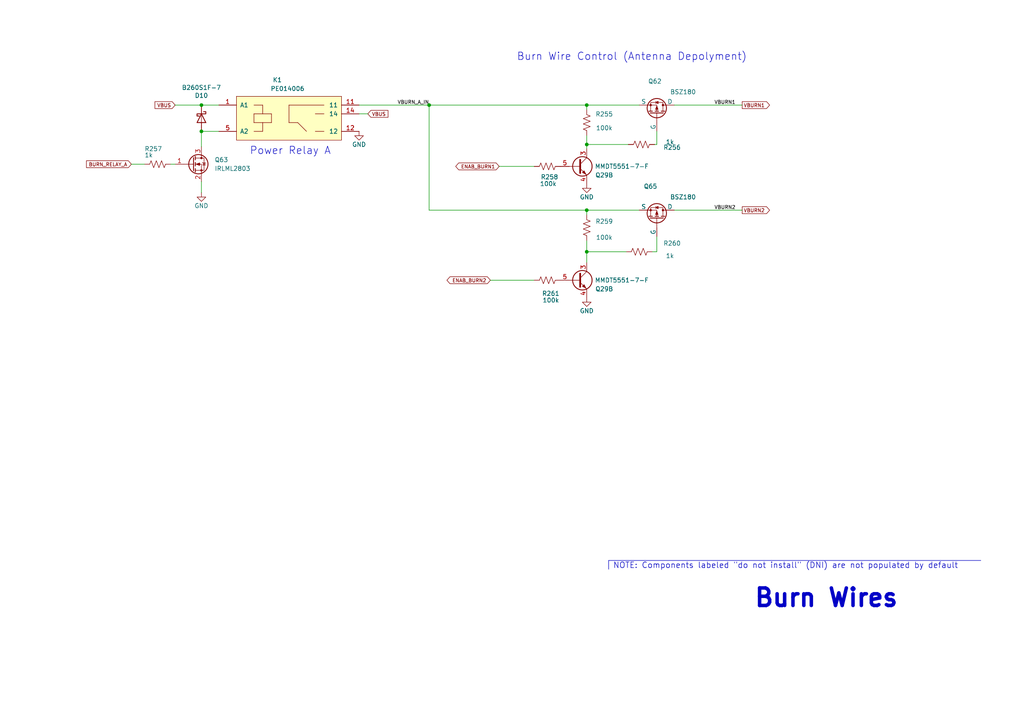
<source format=kicad_sch>
(kicad_sch (version 20230121) (generator eeschema)
  (paper "A4")
  (title_block (title "PyCubed Mainboard") (date "2021-06-09") (rev "v05c") (company "Sierra Lobo INC."))
  (lib_symbols
    (symbol "Device:Q_NMOS_GSD" (pin_names (offset 0) hide)
      (property "Reference" "Q" (at 5.08 1.27 0))
      (property "Value" "Q_NMOS_GSD" (at 5.08 -1.27 0))
      (symbol "Q_NMOS_GSD_0_1"
        (polyline (pts (xy 0.254 0) (xy -2.54 0)))
        (polyline (pts (xy 0.254 1.905) (xy 0.254 -1.905)) (stroke (width 0.254)))
        (polyline (pts (xy 0.762 -1.27) (xy 0.762 -2.286)) (stroke (width 0.254)))
        (polyline (pts (xy 0.762 0.508) (xy 0.762 -0.508)) (stroke (width 0.254)))
        (polyline (pts (xy 0.762 2.286) (xy 0.762 1.27)) (stroke (width 0.254)))
        (polyline (pts (xy 2.54 2.54) (xy 2.54 1.778)))
        (polyline (pts (xy 2.54 -2.54) (xy 2.54 0) (xy 0.762 0)))
        (polyline (pts (xy 0.762 -1.778) (xy 3.302 -1.778) (xy 3.302 1.778) (xy 0.762 1.778)))
        (polyline (pts (xy 1.016 0) (xy 2.032 0.381) (xy 2.032 -0.381) (xy 1.016 0)) (fill (type outline)))
        (polyline (pts (xy 2.794 0.508) (xy 2.921 0.381) (xy 3.683 0.381) (xy 3.81 0.254)))
        (polyline (pts (xy 3.302 0.381) (xy 2.921 -0.254) (xy 3.683 -0.254) (xy 3.302 0.381)))
        (circle (center 1.651 0) (radius 2.794) (stroke (width 0.254)))
        (circle (center 2.54 -1.778) (radius 0.254) (fill (type outline)))
        (circle (center 2.54 1.778) (radius 0.254) (fill (type outline)))
      )
      (symbol "Q_NMOS_GSD_1_1"
        (pin input line (at -5.08 0 0) (length 2.54) (name "G") (number "1"))
        (pin passive line (at 2.54 -5.08 90) (length 2.54) (name "S") (number "2"))
        (pin passive line (at 2.54 5.08 270) (length 2.54) (name "D") (number "3"))
      )
    )
    (symbol "Device:R_US" (pin_numbers hide) (pin_names (offset 0))
      (property "Reference" "R" (at 2.54 0 90))
      (property "Value" "R_US" (at -2.54 0 90))
      (symbol "R_US_0_1"
        (polyline (pts (xy 0 -2.286) (xy 0 -2.54)))
        (polyline (pts (xy 0 2.286) (xy 0 2.54)))
        (polyline (pts (xy 0 -0.762) (xy 1.016 -1.143) (xy 0 -1.524) (xy -1.016 -1.905) (xy 0 -2.286)))
        (polyline (pts (xy 0 0.762) (xy 1.016 0.381) (xy 0 0) (xy -1.016 -0.381) (xy 0 -0.762)))
        (polyline (pts (xy 0 2.286) (xy 1.016 1.905) (xy 0 1.524) (xy -1.016 1.143) (xy 0 0.762)))
      )
      (symbol "R_US_1_1"
        (pin passive line (at 0 3.81 270) (length 1.27) (name "~") (number "1"))
        (pin passive line (at 0 -3.81 90) (length 1.27) (name "~") (number "2"))
      )
    )
    (symbol "SierraLobo:BSZ086" (pin_numbers hide) (pin_names (offset 0))
      (property "Reference" "Q" (at 3.556 0 0))
      (property "Value" "BSZ180P03NS3GATMA1" (at 13.716 -2.032 0))
      (symbol "BSZ086_0_1"
        (circle (center -0.889 0) (radius 2.794) (stroke (width 0.254)))
        (circle (center 0 -1.778) (radius 0.254) (fill (type outline)))
        (polyline (pts (xy -2.286 0) (xy -5.08 0)))
        (polyline (pts (xy -2.286 1.905) (xy -2.286 -1.905)) (stroke (width 0.254)))
        (polyline (pts (xy -1.778 -1.27) (xy -1.778 -2.286)) (stroke (width 0.254)))
        (polyline (pts (xy -1.778 0.508) (xy -1.778 -0.508)) (stroke (width 0.254)))
        (polyline (pts (xy -1.778 2.286) (xy -1.778 1.27)) (stroke (width 0.254)))
        (polyline (pts (xy 0 2.54) (xy 0 1.778)))
        (polyline (pts (xy 0 -2.54) (xy 0 0) (xy -1.778 0)))
        (polyline (pts (xy -1.778 -1.778) (xy 0.762 -1.778) (xy 0.762 1.778) (xy -1.778 1.778)))
        (polyline (pts (xy -0.254 0) (xy -1.27 -0.381) (xy -1.27 0.381) (xy -0.254 0)) (fill (type outline)))
        (polyline (pts (xy 1.143 -0.254) (xy 1.143 -0.254) (xy 0.381 -0.254) (xy 0.381 -0.254)))
        (circle (center 0 1.778) (radius 0.254) (fill (type outline)))
      )
      (symbol "BSZ086_1_1"
        (polyline (pts (xy 0.762 -0.254) (xy 1.143 0.381) (xy 0.381 0.381) (xy 0.762 -0.254)) (fill (type outline)))
        (pin passive line (at 0 -5.08 90) (length 2.54) (name "S") (number "1"))
        (pin input line (at -7.62 0 0) (length 2.54) (name "G") (number "4"))
        (pin passive line (at 0 5.08 270) (length 2.54) (name "D") (number "5"))
      )
    )
    (symbol "SierraLobo:PE014005" (pin_names (offset 1.016))
      (property "Reference" "U" (at -1.27 8.89 0))
      (property "Value" "PE014005" (at -6.35 5.08 0))
      (symbol "PE014005_1_0"
        (polyline (pts (xy -7.62 -2.54) (xy -7.62 0)))
        (polyline (pts (xy -7.62 0) (xy -5.08 0)))
        (polyline (pts (xy -7.62 2.54) (xy -5.08 2.54)))
        (polyline (pts (xy -5.08 -5.08) (xy -7.62 -5.08)))
        (polyline (pts (xy -5.08 -2.54) (xy -7.62 -2.54)))
        (polyline (pts (xy -5.08 -2.54) (xy -5.08 -5.08)))
        (polyline (pts (xy -5.08 0) (xy -2.54 0)))
        (polyline (pts (xy -5.08 2.54) (xy -5.08 0)))
        (polyline (pts (xy -2.54 -2.54) (xy -5.08 -2.54)))
        (polyline (pts (xy -2.54 0) (xy -2.54 -2.54)))
        (polyline (pts (xy 2.54 -2.54) (xy 5.08 -2.54)))
        (polyline (pts (xy 2.54 2.54) (xy 2.54 -2.54)))
        (polyline (pts (xy 5.08 -2.54) (xy 7.62 -5.08)))
        (polyline (pts (xy 12.7 -5.08) (xy 10.16 -5.08)))
        (polyline (pts (xy 12.7 0) (xy 10.16 0)))
        (polyline (pts (xy 12.7 2.54) (xy 2.54 2.54)))
        (pin passive line (at -17.78 2.54 0) (length 5.08) (name "A1") (number "1"))
        (pin passive line (at 22.86 2.54 180) (length 5.08) (name "11") (number "11"))
        (pin passive line (at 22.86 -5.08 180) (length 5.08) (name "12") (number "12"))
        (pin passive line (at 22.86 0 180) (length 5.08) (name "14") (number "14"))
        (pin passive line (at -17.78 -5.08 0) (length 5.08) (name "A2") (number "5"))
      )
      (symbol "PE014005_1_1"
        (rectangle (start -12.7 5.08) (end 17.78 -7.62) (fill (type background)))
      )
    )
    (symbol "Transistor_BJT:MMDT5551" (pin_names (offset 0) hide)
      (property "Reference" "Q" (at 5.08 1.27 0))
      (property "Value" "MMDT5551" (at 5.08 -1.27 0))
      (symbol "MMDT5551_0_1"
        (polyline (pts (xy 0.635 0) (xy -2.54 0)))
        (polyline (pts (xy 0.635 0.635) (xy 2.54 2.54)))
        (polyline (pts (xy 0.635 -0.635) (xy 2.54 -2.54) (xy 2.54 -2.54)))
        (polyline (pts (xy 0.635 1.905) (xy 0.635 -1.905) (xy 0.635 -1.905)) (stroke (width 0.508)))
        (polyline (pts (xy 1.27 -1.778) (xy 1.778 -1.27) (xy 2.286 -2.286) (xy 1.27 -1.778) (xy 1.27 -1.778)) (fill (type outline)))
        (circle (center 1.27 0) (radius 2.8194) (stroke (width 0.254)))
      )
      (symbol "MMDT5551_1_1"
        (pin passive line (at 2.54 -5.08 90) (length 2.54) (name "E1") (number "1"))
        (pin input line (at -5.08 0 0) (length 2.54) (name "B1") (number "2"))
        (pin passive line (at 2.54 5.08 270) (length 2.54) (name "C1") (number "6"))
      )
      (symbol "MMDT5551_2_1"
        (pin passive line (at 2.54 5.08 270) (length 2.54) (name "C2") (number "3"))
        (pin passive line (at 2.54 -5.08 90) (length 2.54) (name "E2") (number "4"))
        (pin input line (at -5.08 0 0) (length 2.54) (name "B2") (number "5"))
      )
    )
    (symbol "mainboard-rescue:D_Schottky-Device-mainboard-rescue" (pin_numbers hide) (pin_names (offset 1.016) hide)
      (property "Reference" "D" (at 0 2.54 0))
      (property "Value" "D_Schottky-Device-mainboard-rescue" (at 0 -2.54 0))
      (symbol "D_Schottky-Device-mainboard-rescue_0_1"
        (polyline (pts (xy 1.27 0) (xy -1.27 0)))
        (polyline (pts (xy 1.27 1.27) (xy 1.27 -1.27) (xy -1.27 0) (xy 1.27 1.27)) (stroke (width 0.254)))
        (polyline (pts (xy -1.905 0.635) (xy -1.905 1.27) (xy -1.27 1.27) (xy -1.27 -1.27) (xy -0.635 -1.27) (xy -0.635 -0.635)) (stroke (width 0.254)))
      )
      (symbol "D_Schottky-Device-mainboard-rescue_1_1"
        (pin passive line (at -3.81 0 0) (length 2.54) (name "K") (number "1"))
        (pin passive line (at 3.81 0 180) (length 2.54) (name "A") (number "2"))
      )
    )
    (symbol "power:GND" (power) (pin_names (offset 0))
      (property "Value" "GND" (at 0 -3.81 0))
      (symbol "GND_0_1"
        (polyline (pts (xy 0 0) (xy 0 -1.27) (xy 1.27 -1.27) (xy 0 -2.54) (xy -1.27 -1.27) (xy 0 -1.27)))
      )
      (symbol "GND_1_1"
        (pin power_in line (at 0 0 270) (length 0) hide (name "GND") (number "1"))
      )
    )
  )
  (junction (at 124.46 30.48))
  (junction (at 170.18 41.91))
  (junction (at 58.42 38.1))
  (junction (at 58.42 30.48))
  (junction (at 170.18 30.48))
  (junction (at 170.18 73.025))
  (junction (at 170.18 60.96))
  (wire (pts (xy 170.18 30.48) (xy 170.18 31.75)))
  (wire (pts (xy 190.5 68.58) (xy 190.5 73.025)))
  (wire (pts (xy 58.42 42.545) (xy 58.42 38.1)))
  (wire (pts (xy 58.42 30.48) (xy 63.5 30.48)))
  (wire (pts (xy 144.78 48.26) (xy 154.94 48.26)))
  (wire (pts (xy 142.24 81.28) (xy 154.94 81.28)))
  (wire (pts (xy 104.14 30.48) (xy 124.46 30.48)))
  (wire (pts (xy 170.18 60.96) (xy 185.42 60.96)))
  (wire (pts (xy 170.18 30.48) (xy 185.42 30.48)))
  (wire (pts (xy 170.18 69.85) (xy 170.18 73.025)))
  (wire (pts (xy 190.5 41.91) (xy 189.865 41.91)))
  (wire (pts (xy 124.46 30.48) (xy 124.46 60.96)))
  (wire (pts (xy 50.8 30.48) (xy 58.42 30.48)))
  (wire (pts (xy 170.18 73.025) (xy 170.18 76.2)))
  (wire (pts (xy 58.42 52.705) (xy 58.42 55.88)))
  (wire (pts (xy 190.5 38.1) (xy 190.5 41.91)))
  (wire (pts (xy 170.18 39.37) (xy 170.18 41.91)))
  (wire (pts (xy 170.18 60.96) (xy 170.18 62.23)))
  (wire (pts (xy 124.46 30.48) (xy 170.18 30.48)))
  (wire (pts (xy 195.58 60.96) (xy 215.265 60.96)))
  (wire (pts (xy 170.18 41.91) (xy 170.18 43.18)))
  (wire (pts (xy 124.46 60.96) (xy 170.18 60.96)))
  (wire (pts (xy 104.14 33.02) (xy 106.68 33.02)))
  (wire (pts (xy 38.1 47.625) (xy 41.91 47.625)))
  (wire (pts (xy 170.18 73.025) (xy 181.61 73.025)))
  (polyline (pts (xy 176.53 162.56) (xy 284.48 162.56)))
  (wire (pts (xy 182.245 41.91) (xy 170.18 41.91)))
  (wire (pts (xy 190.5 73.025) (xy 189.23 73.025)))
  (wire (pts (xy 58.42 38.1) (xy 63.5 38.1)))
  (wire (pts (xy 49.53 47.625) (xy 50.8 47.625)))
  (wire (pts (xy 195.58 30.48) (xy 215.265 30.48)))
  (polyline (pts (xy 176.53 165.1) (xy 176.53 162.56)))
  (text "Burn Wire Control (Antenna Depolyment)" (at 149.86 17.78 0) (effects (font (size 2.159 2.159)) (justify left bottom)))
  (text "NOTE: Components labeled \"do not install\" (DNI) are not populated by default" (at 177.8 165.1 0) (effects (font (size 1.651 1.651)) (justify left bottom)))
  (text "Burn Wires" (at 218.44 176.53 0) (effects (font (size 5.08 5.08) (thickness 1.016) bold) (justify left bottom)))
  (text "Power Relay A" (at 72.39 45.085 0) (effects (font (size 2.159 2.159)) (justify left bottom)))
  (label "VBURN2" (at 213.36 60.96 180) (effects (font (size 1.016 1.016))))
  (label "VBURN_A_IN" (at 124.46 30.48 180) (effects (font (size 1.016 1.016))))
  (label "VBURN1" (at 213.36 30.48 180) (effects (font (size 1.016 1.016))))
  (global_label "VBUS" (shape input) (at 106.68 33.02 0) (effects (font (size 1.016 1.016))) (property "Intersheetrefs" "${INTERSHEET_REFS}" (effects hide)))
  (global_label "BURN_RELAY_A" (shape input) (at 38.1 47.625 180) (effects (font (size 1.016 1.016))) (property "Intersheetrefs" "${INTERSHEET_REFS}" (effects hide)))
  (global_label "ENAB_BURN2" (shape bidirectional) (at 142.24 81.28 180) (effects (font (size 1.016 1.016))) (property "Intersheetrefs" "${INTERSHEET_REFS}" (effects hide)))
  (global_label "VBUS" (shape input) (at 50.8 30.48 180) (effects (font (size 1.016 1.016))) (property "Intersheetrefs" "${INTERSHEET_REFS}" (effects hide)))
  (global_label "VBURN1" (shape output) (at 215.265 30.48 0) (effects (font (size 1.016 1.016))) (property "Intersheetrefs" "${INTERSHEET_REFS}" (effects hide)))
  (global_label "ENAB_BURN1" (shape bidirectional) (at 144.78 48.26 180) (effects (font (size 1.016 1.016))) (property "Intersheetrefs" "${INTERSHEET_REFS}" (effects hide)))
  (global_label "VBURN2" (shape output) (at 215.265 60.96 0) (effects (font (size 1.016 1.016))) (property "Intersheetrefs" "${INTERSHEET_REFS}" (effects hide)))
  (symbol (lib_id "Device:R_US") (at 158.75 81.28 270) (unit 1)
    (property "Reference" "R261" (at 159.766 85.852 90) (effects (justify bottom)))
    (property "Value" "100k" (at 159.766 86.36 90) (effects (justify top)))
    (property "Footprint" "Resistor_SMD:R_0402_1005Metric" (effects hide))
    (property "Mfr. Part No" "RMCF0402FT100K" (effects hide))
    (property "Manufacturer" "Stackpole Electronics" (effects hide))
  )
  (symbol (lib_id "Device:R_US") (at 45.72 47.625 90) (unit 1)
    (property "Reference" "R257" (at 41.91 43.18 90) (effects (justify right)))
    (property "Value" "1k" (at 41.91 44.9834 90) (effects (justify right)))
    (property "Footprint" "Resistor_SMD:R_0402_1005Metric" (effects hide))
    (property "Mfr. Part No" "ERJ-2GEJ102X" (effects hide))
    (property "Manufacturer" "Panasonic" (effects hide))
  )
  (symbol (lib_id "Device:R_US") (at 185.42 73.025 90) (unit 1)
    (property "Reference" "R260" (at 194.945 69.85 90) (effects (justify bottom)))
    (property "Value" "1k" (at 194.31 74.93 90) (effects (justify top)))
    (property "Footprint" "Resistor_SMD:R_0402_1005Metric" (effects hide))
    (property "Mfr. Part No" "ERJ-2GEJ102X" (effects hide))
    (property "Manufacturer" "Panasonic" (effects hide))
  )
  (symbol (lib_id "SierraLobo:BSZ086") (at 190.5 30.48 270) (mirror x) (unit 1)
    (property "Reference" "Q62" (at 187.96 22.86 90) (effects (justify left bottom)))
    (property "Value" "BSZ180" (at 198.12 26.67 90))
    (property "Footprint" "SierraLobo:PG-TSDSON-8_3.3x3.3mm" (effects hide))
    (property "Datasheet" "https://www.infineon.com/dgdl/Infineon-BSZ180P03NS3_G-DS-v02_01-en.pdf?fileId=db3a304326dfb13001271f04398f4ec1" (effects hide))
    (property "Mfr. Part No" "BSZ180P03NS3GATMA1" (effects hide))
    (property "Manufacturer" "Infineon" (effects hide))
  )
  (symbol (lib_id "SierraLobo:BSZ086") (at 190.5 60.96 270) (mirror x) (unit 1)
    (property "Reference" "Q65" (at 186.69 53.34 90) (effects (justify left bottom)))
    (property "Value" "BSZ180" (at 198.12 57.15 90))
    (property "Footprint" "SierraLobo:PG-TSDSON-8_3.3x3.3mm" (effects hide))
    (property "Datasheet" "https://www.infineon.com/dgdl/Infineon-BSZ180P03NS3_G-DS-v02_01-en.pdf?fileId=db3a304326dfb13001271f04398f4ec1" (effects hide))
    (property "Mfr. Part No" "BSZ180P03NS3GATMA1" (effects hide))
    (property "Manufacturer" "Infineon" (effects hide))
  )
  (symbol (lib_id "Device:Q_NMOS_GSD") (at 55.88 47.625 0) (unit 1)
    (property "Reference" "Q63" (at 62.23 46.355 0) (effects (justify left)))
    (property "Value" "IRLML2803" (at 62.23 48.895 0) (effects (justify left)))
    (property "Footprint" "Package_TO_SOT_SMD:SOT-23" (effects hide))
    (property "Mfr. Part No" "IRLML2803TRPBF" (effects hide))
    (property "Manufacturer" "Infineon" (effects hide))
  )
  (symbol (lib_id "Device:R_US") (at 186.055 41.91 90) (unit 1)
    (property "Reference" "R256" (at 194.945 42.037 90) (effects (justify bottom)))
    (property "Value" "1k" (at 194.31 41.91 90) (effects (justify top)))
    (property "Footprint" "Resistor_SMD:R_0402_1005Metric" (effects hide))
    (property "Mfr. Part No" "ERJ-2GEJ102X" (effects hide))
    (property "Manufacturer" "Panasonic" (effects hide))
  )
  (symbol (lib_id "Device:R_US") (at 158.75 48.26 270) (unit 1)
    (property "Reference" "R258" (at 159.385 52.07 90) (effects (justify bottom)))
    (property "Value" "100k" (at 159.004 52.578 90) (effects (justify top)))
    (property "Footprint" "Resistor_SMD:R_0402_1005Metric" (effects hide))
    (property "Mfr. Part No" "RMCF0402FT100K" (effects hide))
    (property "Manufacturer" "Stackpole Electronics" (effects hide))
  )
  (symbol (lib_id "Device:R_US") (at 170.18 35.56 180) (unit 1)
    (property "Reference" "R255" (at 175.26 32.385 0) (effects (justify bottom)))
    (property "Value" "100k" (at 175.26 37.846 0) (effects (justify top)))
    (property "Footprint" "Resistor_SMD:R_0402_1005Metric" (effects hide))
    (property "Mfr. Part No" "RMCF0402FT100K" (effects hide))
    (property "Manufacturer" "Stackpole Electronics" (effects hide))
  )
  (symbol (lib_id "Device:R_US") (at 170.18 66.04 180) (unit 1)
    (property "Reference" "R259" (at 175.26 63.5 0) (effects (justify bottom)))
    (property "Value" "100k" (at 175.26 69.596 0) (effects (justify top)))
    (property "Footprint" "Resistor_SMD:R_0402_1005Metric" (effects hide))
    (property "Mfr. Part No" "RMCF0402FT100K" (effects hide))
    (property "Manufacturer" "Stackpole Electronics" (effects hide))
  )
  (symbol (lib_id "power:GND") (at 104.14 38.1 0) (unit 1)
    (property "Reference" "#PWR0182" (effects hide))
    (property "Value" "GND" (at 104.14 41.91 0))
  )
  (symbol (lib_id "SierraLobo:PE014005") (at 81.28 33.02 0) (unit 1)
    (property "Reference" "K1" (at 79.0956 23.9014 0) (effects (justify left bottom)))
    (property "Value" "PE014006" (at 78.4606 26.4414 0) (effects (justify left bottom)))
    (property "Footprint" "SierraLobo:PE014006" (effects hide))
    (property "Mfr. Part No" "PE014006" (effects hide))
    (property "Manufacturer" "TE Connectivity" (effects hide))
  )
  (symbol (lib_id "power:GND") (at 170.18 53.34 0) (unit 1)
    (property "Reference" "#PWR0183" (effects hide))
    (property "Value" "GND" (at 170.18 57.15 0))
  )
  (symbol (lib_id "power:GND") (at 58.42 55.88 0) (unit 1)
    (property "Reference" "#PWR0184" (effects hide))
    (property "Value" "GND" (at 58.42 59.69 0))
  )
  (symbol (lib_id "power:GND") (at 170.18 86.36 0) (unit 1)
    (property "Reference" "#PWR0185" (effects hide))
    (property "Value" "GND" (at 170.18 90.17 0))
  )
  (symbol (lib_id "Transistor_BJT:MMDT5551") (at 167.64 81.28 0) (unit 2)
    (property "Reference" "Q29" (at 175.26 83.82 0))
    (property "Value" "MMDT5551-7-F" (at 180.34 81.28 0))
    (property "Footprint" "Package_TO_SOT_SMD:SOT-363_SC-70-6" (effects hide))
    (property "Mfr. Part No" "MMDT5551-7-F" (effects hide))
    (property "Manufacturer" "Diodes Incorporated" (effects hide))
    (instances (project "mainboard" (path "" (reference "Q29") (unit 2)) (path "" (reference "Q64") (unit 2))))
  )
  (symbol (lib_id "Transistor_BJT:MMDT5551") (at 167.64 48.26 0) (unit 2)
    (property "Reference" "Q29" (at 175.26 50.8 0))
    (property "Value" "MMDT5551-7-F" (at 180.34 48.26 0))
    (property "Footprint" "Package_TO_SOT_SMD:SOT-363_SC-70-6" (effects hide))
    (property "Mfr. Part No" "MMDT5551-7-F" (effects hide))
    (property "Manufacturer" "Diodes Incorporated" (effects hide))
    (instances (project "mainboard" (path "" (reference "Q29") (unit 2)) (path "" (reference "Q64") (unit 1))))
  )
  (symbol (lib_id "mainboard-rescue:D_Schottky-Device-mainboard-rescue") (at 58.42 34.29 270) (unit 1)
    (property "Reference" "D10" (at 58.42 27.7114 90))
    (property "Value" "B260S1F-7" (at 58.42 25.4 90))
    (property "Footprint" "Diode_SMD:D_SOD-123F" (effects hide))
    (property "Mfr. Part No" "B260S1F-7" (effects hide))
    (property "Manufacturer" "Diodes Incorporated" (effects hide))
  )
)
</source>
